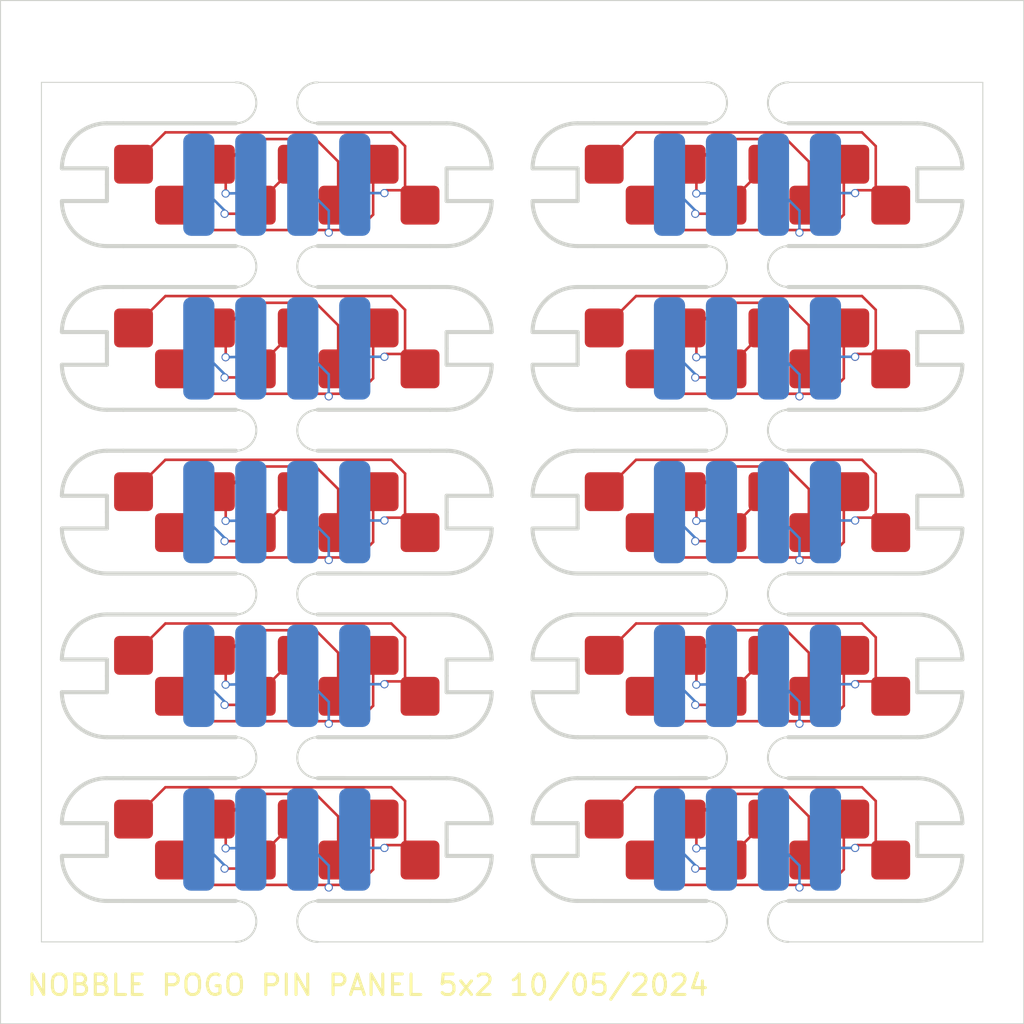
<source format=kicad_pcb>
(kicad_pcb (version 20240108) (generator "pcbnew") (generator_version "8.0")
  (layers (0 "F.Cu" signal) (31 "B.Cu" signal) (34 "B.Paste" user) (35 "F.Paste" user) (36 "B.SilkS" user "B.Silkscreen") (37 "F.SilkS" user "F.Silkscreen") (38 "B.Mask" user) (39 "F.Mask" user) (44 "Edge.Cuts" user))
  (net 0 "")
  (net 1 "/NET3")
  (net 2 "/NET2")
  (net 3 "/NET4")
  (net 4 "/NET1")
  (footprint "Panelization:mouse-bite-2mm-slot" (layer "F.Cu") (at 91.4426 103.5574)
    (property "Reference" "mouse-bite-2mm-slot6" (hide yes))
    (property "Value" "VAL**" (hide yes))
    (fp_arc (start -2 -1) (mid -1 0) (end -2 1) (stroke (width 0.1)) (layer "Edge.Cuts"))
    (fp_arc (start 2 1) (mid 1 0) (end 2 -1) (stroke (width 0.1)) (layer "Edge.Cuts"))
  )
  (footprint "Pytonballoon810:MODULE_I2C_SYM" (layer "F.Cu") (at 114.4426 83.5574)
    (property "Reference" "I2C_LANDING2" (hide yes))
    (property "Value" "~" (hide yes))
  )
  (footprint "Pytonballoon810:MODULE_I2C_SYM" (layer "F.Cu") (at 91.4426 99.5574)
    (property "Reference" "I2C_LANDING5" (hide yes))
    (property "Value" "~" (hide yes))
  )
  (footprint "Panelization:mouse-bite-2mm-slot" (layer "F.Cu") (at 114.4426 119.5574)
    (property "Reference" "mouse-bite-2mm-slot11" (hide yes))
    (property "Value" "VAL**" (hide yes))
    (fp_arc (start -2 -1) (mid -1 0) (end -2 1) (stroke (width 0.1)) (layer "Edge.Cuts"))
    (fp_arc (start 2 1) (mid 1 0) (end 2 -1) (stroke (width 0.1)) (layer "Edge.Cuts"))
  )
  (footprint "Panelization:mouse-bite-2mm-slot" (layer "F.Cu") (at 114.4426 79.5574)
    (property "Reference" "mouse-bite-2mm-slot1" (hide yes))
    (property "Value" "VAL**" (hide yes))
    (fp_arc (start -2 -1) (mid -1 0) (end -2 1) (stroke (width 0.1)) (layer "Edge.Cuts"))
    (fp_arc (start 2 1) (mid 1 0) (end 2 -1) (stroke (width 0.1)) (layer "Edge.Cuts"))
  )
  (footprint "Panelization:mouse-bite-2mm-slot" (layer "F.Cu") (at 91.4426 111.5574)
    (property "Reference" "mouse-bite-2mm-slot8" (hide yes))
    (property "Value" "VAL**" (hide yes))
    (fp_arc (start -2 -1) (mid -1 0) (end -2 1) (stroke (width 0.1)) (layer "Edge.Cuts"))
    (fp_arc (start 2 1) (mid 1 0) (end 2 -1) (stroke (width 0.1)) (layer "Edge.Cuts"))
  )
  (footprint "Panelization:mouse-bite-2mm-slot" (layer "F.Cu") (at 91.4426 95.5574)
    (property "Reference" "mouse-bite-2mm-slot4" (hide yes))
    (property "Value" "VAL**" (hide yes))
    (fp_arc (start -2 -1) (mid -1 0) (end -2 1) (stroke (width 0.1)) (layer "Edge.Cuts"))
    (fp_arc (start 2 1) (mid 1 0) (end 2 -1) (stroke (width 0.1)) (layer "Edge.Cuts"))
  )
  (footprint "Pytonballoon810:MODULE_I2C_SYM" (layer "F.Cu") (at 114.4426 115.5574)
    (property "Reference" "I2C_LANDING10" (hide yes))
    (property "Value" "~" (hide yes))
  )
  (footprint "Panelization:mouse-bite-2mm-slot" (layer "F.Cu") (at 114.4426 95.5574)
    (property "Reference" "mouse-bite-2mm-slot5" (hide yes))
    (property "Value" "VAL**" (hide yes))
    (fp_arc (start -2 -1) (mid -1 0) (end -2 1) (stroke (width 0.1)) (layer "Edge.Cuts"))
    (fp_arc (start 2 1) (mid 1 0) (end 2 -1) (stroke (width 0.1)) (layer "Edge.Cuts"))
  )
  (footprint "Pytonballoon810:MODULE_I2C_SYM" (layer "F.Cu") (at 91.4426 83.5574)
    (property "Reference" "I2C_LANDING1" (hide yes))
    (property "Value" "~" (hide yes))
  )
  (footprint "Panelization:mouse-bite-2mm-slot" (layer "F.Cu") (at 114.4426 87.5574)
    (property "Reference" "mouse-bite-2mm-slot3" (hide yes))
    (property "Value" "VAL**" (hide yes))
    (fp_arc (start -2 -1) (mid -1 0) (end -2 1) (stroke (width 0.1)) (layer "Edge.Cuts"))
    (fp_arc (start 2 1) (mid 1 0) (end 2 -1) (stroke (width 0.1)) (layer "Edge.Cuts"))
  )
  (footprint "Panelization:mouse-bite-2mm-slot" (layer "F.Cu") (at 91.4426 79.5574)
    (property "Reference" "mouse-bite-2mm-slot" (hide yes))
    (property "Value" "VAL**" (hide yes))
    (fp_arc (start -2 -1) (mid -1 0) (end -2 1) (stroke (width 0.1)) (layer "Edge.Cuts"))
    (fp_arc (start 2 1) (mid 1 0) (end 2 -1) (stroke (width 0.1)) (layer "Edge.Cuts"))
  )
  (footprint "Panelization:mouse-bite-2mm-slot" (layer "F.Cu") (at 114.4426 111.5574)
    (property "Reference" "mouse-bite-2mm-slot9" (hide yes))
    (property "Value" "VAL**" (hide yes))
    (fp_arc (start -2 -1) (mid -1 0) (end -2 1) (stroke (width 0.1)) (layer "Edge.Cuts"))
    (fp_arc (start 2 1) (mid 1 0) (end 2 -1) (stroke (width 0.1)) (layer "Edge.Cuts"))
  )
  (footprint "Pytonballoon810:MODULE_I2C_SYM" (layer "F.Cu") (at 91.4426 115.5574)
    (property "Reference" "I2C_LANDING9" (hide yes))
    (property "Value" "~" (hide yes))
  )
  (footprint "Panelization:mouse-bite-2mm-slot" (layer "F.Cu") (at 91.4426 119.5574)
    (property "Reference" "mouse-bite-2mm-slot10" (hide yes))
    (property "Value" "VAL**" (hide yes))
    (fp_arc (start -2 -1) (mid -1 0) (end -2 1) (stroke (width 0.1)) (layer "Edge.Cuts"))
    (fp_arc (start 2 1) (mid 1 0) (end 2 -1) (stroke (width 0.1)) (layer "Edge.Cuts"))
  )
  (footprint "Pytonballoon810:MODULE_I2C_SYM" (layer "F.Cu") (at 91.4426 91.5574)
    (property "Reference" "I2C_LANDING3" (hide yes))
    (property "Value" "~" (hide yes))
  )
  (footprint "Panelization:mouse-bite-2mm-slot" (layer "F.Cu") (at 91.4426 87.5574)
    (property "Reference" "mouse-bite-2mm-slot2" (hide yes))
    (property "Value" "VAL**" (hide yes))
    (fp_arc (start -2 -1) (mid -1 0) (end -2 1) (stroke (width 0.1)) (layer "Edge.Cuts"))
    (fp_arc (start 2 1) (mid 1 0) (end 2 -1) (stroke (width 0.1)) (layer "Edge.Cuts"))
  )
  (footprint "Panelization:mouse-bite-2mm-slot" (layer "F.Cu") (at 114.4426 103.5574)
    (property "Reference" "mouse-bite-2mm-slot7" (hide yes))
    (property "Value" "VAL**" (hide yes))
    (fp_arc (start -2 -1) (mid -1 0) (end -2 1) (stroke (width 0.1)) (layer "Edge.Cuts"))
    (fp_arc (start 2 1) (mid 1 0) (end 2 -1) (stroke (width 0.1)) (layer "Edge.Cuts"))
  )
  (footprint "Pytonballoon810:MODULE_I2C_SYM" (layer "F.Cu") (at 91.4426 107.5574)
    (property "Reference" "I2C_LANDING7" (hide yes))
    (property "Value" "~" (hide yes))
  )
  (footprint "Pytonballoon810:MODULE_I2C_SYM" (layer "F.Cu") (at 114.4426 107.5574)
    (property "Reference" "I2C_LANDING8" (hide yes))
    (property "Value" "~" (hide yes))
  )
  (footprint "Pytonballoon810:MODULE_I2C_SYM" (layer "F.Cu") (at 114.4426 99.5574)
    (property "Reference" "I2C_LANDING6" (hide yes))
    (property "Value" "~" (hide yes))
  )
  (footprint "Pytonballoon810:MODULE_I2C_SYM" (layer "F.Cu") (at 114.4426 91.5574)
    (property "Reference" "I2C_LANDING4" (hide yes))
    (property "Value" "~" (hide yes))
  )
  (gr_line (start 89.4426 88.5574) (end 83.9426 88.557991) (stroke (width 0.2)) (layer "Edge.Cuts"))
  (gr_line (start 125.9426 78.5574) (end 116.4426 78.5574) (stroke (width 0.05)) (layer "Edge.Cuts"))
  (gr_line (start 122.7426 108.356809) (end 122.7426 107.5574) (stroke (width 0.2)) (layer "Edge.Cuts"))
  (gr_line (start 98.9426 102.556809) (end 99.7426 102.556809) (stroke (width 0.2)) (layer "Edge.Cuts"))
  (gr_line (start 121.9426 104.557991) (end 122.7426 104.557991) (stroke (width 0.2)) (layer "Edge.Cuts"))
  (gr_arc (start 99.7426 80.557991) (mid 101.298223 81.20237) (end 101.942616 82.757991) (stroke (width 0.2)) (layer "Edge.Cuts"))
  (gr_line (start 103.942601 106.757991) (end 106.1426 106.757991) (stroke (width 0.2)) (layer "Edge.Cuts"))
  (gr_line (start 93.4426 102.556218) (end 98.9426 102.556809) (stroke (width 0.2)) (layer "Edge.Cuts"))
  (gr_line (start 122.7426 84.356809) (end 122.7426 83.5574) (stroke (width 0.2)) (layer "Edge.Cuts"))
  (gr_line (start 106.9426 86.556809) (end 106.142599 86.556809) (stroke (width 0.2)) (layer "Edge.Cuts"))
  (gr_line (start 121.9426 104.557991) (end 116.4426 104.5574) (stroke (width 0.2)) (layer "Edge.Cuts"))
  (gr_line (start 98.9426 88.557991) (end 99.7426 88.557991) (stroke (width 0.2)) (layer "Edge.Cuts"))
  (gr_line (start 93.4426 120.5574) (end 112.4426 120.5574) (stroke (width 0.05)) (layer "Edge.Cuts"))
  (gr_line (start 99.7426 114.757991) (end 99.7426 115.5574) (stroke (width 0.2)) (layer "Edge.Cuts"))
  (gr_line (start 106.1426 116.356809) (end 106.1426 115.5574) (stroke (width 0.2)) (layer "Edge.Cuts"))
  (gr_arc (start 103.942601 114.757991) (mid 104.586969 113.202363) (end 106.1426 112.557991) (stroke (width 0.2)) (layer "Edge.Cuts"))
  (gr_line (start 83.9426 112.557991) (end 83.1426 112.557991) (stroke (width 0.2)) (layer "Edge.Cuts"))
  (gr_line (start 83.1426 84.356809) (end 83.1426 83.5574) (stroke (width 0.2)) (layer "Edge.Cuts"))
  (gr_line (start 83.1426 114.757991) (end 83.1426 115.5574) (stroke (width 0.2)) (layer "Edge.Cuts"))
  (gr_line (start 122.7426 98.757991) (end 122.7426 99.5574) (stroke (width 0.2)) (layer "Edge.Cuts"))
  (gr_arc (start 106.142599 86.556809) (mid 104.586962 85.912444) (end 103.942601 84.356809) (stroke (width 0.2)) (layer "Edge.Cuts"))
  (gr_line (start 99.7426 92.356809) (end 99.7426 91.5574) (stroke (width 0.2)) (layer "Edge.Cuts"))
  (gr_line (start 106.9426 102.556809) (end 106.142599 102.556809) (stroke (width 0.2)) (layer "Edge.Cuts"))
  (gr_line (start 112.4426 96.5574) (end 106.9426 96.557991) (stroke (width 0.2)) (layer "Edge.Cuts"))
  (gr_arc (start 101.942599 84.356809) (mid 101.298226 85.912435) (end 99.7426 86.556809) (stroke (width 0.2)) (layer "Edge.Cuts"))
  (gr_line (start 124.942599 116.356809) (end 122.7426 116.356809) (stroke (width 0.2)) (layer "Edge.Cuts"))
  (gr_line (start 121.9426 96.557991) (end 122.7426 96.557991) (stroke (width 0.2)) (layer "Edge.Cuts"))
  (gr_line (start 101.942616 114.757991) (end 99.7426 114.757991) (stroke (width 0.2)) (layer "Edge.Cuts"))
  (gr_line (start 106.9426 112.557991) (end 106.1426 112.557991) (stroke (width 0.2)) (layer "Edge.Cuts"))
  (gr_line (start 121.9426 88.557991) (end 116.4426 88.5574) (stroke (width 0.2)) (layer "Edge.Cuts"))
  (gr_line (start 83.1426 92.356809) (end 83.1426 91.5574) (stroke (width 0.2)) (layer "Edge.Cuts"))
  (gr_arc (start 99.7426 88.557991) (mid 101.298209 89.202385) (end 101.942616 90.757991) (stroke (width 0.2)) (layer "Edge.Cuts"))
  (gr_arc (start 122.7426 88.557991) (mid 124.298209 89.202385) (end 124.942616 90.757991) (stroke (width 0.2)) (layer "Edge.Cuts"))
  (gr_line (start 106.9426 80.557991) (end 106.1426 80.557991) (stroke (width 0.2)) (layer "Edge.Cuts"))
  (gr_line (start 89.4426 94.5574) (end 83.9426 94.556809) (stroke (width 0.2)) (layer "Edge.Cuts"))
  (gr_arc (start 83.142599 118.556809) (mid 81.586962 117.912444) (end 80.942601 116.356809) (stroke (width 0.2)) (layer "Edge.Cuts"))
  (gr_line (start 89.4426 78.5574) (end 79.9426 78.5574) (stroke (width 0.05)) (layer "Edge.Cuts"))
  (gr_arc (start 101.942599 108.356809) (mid 101.298231 109.912437) (end 99.7426 110.556809) (stroke (width 0.2)) (layer "Edge.Cuts"))
  (gr_line (start 106.9426 110.556809) (end 106.142599 110.556809) (stroke (width 0.2)) (layer "Edge.Cuts"))
  (gr_line (start 83.1426 108.356809) (end 83.1426 107.5574) (stroke (width 0.2)) (layer "Edge.Cuts"))
  (gr_line (start 89.4426 112.5574) (end 83.9426 112.557991) (stroke (width 0.2)) (layer "Edge.Cuts"))
  (gr_line (start 122.7426 82.757991) (end 122.7426 83.5574) (stroke (width 0.2)) (layer "Edge.Cuts"))
  (gr_line (start 93.4426 94.556218) (end 98.9426 94.556809) (stroke (width 0.2)) (layer "Edge.Cuts"))
  (gr_line (start 83.1426 106.757991) (end 83.1426 107.5574) (stroke (width 0.2)) (layer "Edge.Cuts"))
  (gr_line (start 121.9426 112.557991) (end 122.7426 112.557991) (stroke (width 0.2)) (layer "Edge.Cuts"))
  (gr_line (start 101.942599 92.356809) (end 99.7426 92.356809) (stroke (width 0.2)) (layer "Edge.Cuts"))
  (gr_line (start 122.7426 90.757991) (end 122.7426 91.5574) (stroke (width 0.2)) (layer "Edge.Cuts"))
  (gr_line (start 121.9426 110.556809) (end 122.7426 110.556809) (stroke (width 0.2)) (layer "Edge.Cuts"))
  (gr_line (start 121.9426 96.557991) (end 116.4426 96.5574) (stroke (width 0.2)) (layer "Edge.Cuts"))
  (gr_line (start 121.9426 86.556809) (end 122.7426 86.556809) (stroke (width 0.2)) (layer "Edge.Cuts"))
  (gr_arc (start 103.942601 106.757991) (mid 104.586969 105.202363) (end 106.1426 104.557991) (stroke (width 0.2)) (layer "Edge.Cuts"))
  (gr_line (start 103.942601 92.356809) (end 106.1426 92.356809) (stroke (width 0.2)) (layer "Edge.Cuts"))
  (gr_line (start 121.9426 118.556809) (end 122.7426 118.556809) (stroke (width 0.2)) (layer "Edge.Cuts"))
  (gr_arc (start 103.942601 82.757991) (mid 104.586969 81.202363) (end 106.1426 80.557991) (stroke (width 0.2)) (layer "Edge.Cuts"))
  (gr_line (start 99.7426 90.757991) (end 99.7426 91.5574) (stroke (width 0.2)) (layer "Edge.Cuts"))
  (gr_line (start 106.9426 88.557991) (end 106.1426 88.557991) (stroke (width 0.2)) (layer "Edge.Cuts"))
  (gr_arc (start 101.942599 100.356809) (mid 101.298231 101.912437) (end 99.7426 102.556809) (stroke (width 0.2)) (layer "Edge.Cuts"))
  (gr_line (start 98.9426 96.557991) (end 99.7426 96.557991) (stroke (width 0.2)) (layer "Edge.Cuts"))
  (gr_line (start 89.4426 86.5574) (end 83.9426 86.556809) (stroke (width 0.2)) (layer "Edge.Cuts"))
  (gr_line (start 106.9426 94.556809) (end 106.142599 94.556809) (stroke (width 0.2)) (layer "Edge.Cuts"))
  (gr_arc (start 80.942601 82.757991) (mid 81.586965 81.202356) (end 83.1426 80.557991) (stroke (width 0.2)) (layer "Edge.Cuts"))
  (gr_line (start 83.1426 116.356809) (end 83.1426 115.5574) (stroke (width 0.2)) (layer "Edge.Cuts"))
  (gr_arc (start 80.942601 90.757991) (mid 81.586969 89.202363) (end 83.1426 88.557991) (stroke (width 0.2)) (layer "Edge.Cuts"))
  (gr_line (start 79.9426 120.5574) (end 89.4426 120.5574) (stroke (width 0.05)) (layer "Edge.Cuts"))
  (gr_line (start 98.9426 86.556809) (end 99.7426 86.556809) (stroke (width 0.2)) (layer "Edge.Cuts"))
  (gr_line (start 98.9426 104.557991) (end 93.4426 104.5574) (stroke (width 0.2)) (layer "Edge.Cuts"))
  (gr_line (start 103.942601 90.757991) (end 106.1426 90.757991) (stroke (width 0.2)) (layer "Edge.Cuts"))
  (gr_line (start 80.942601 82.757991) (end 83.1426 82.757991) (stroke (width 0.2)) (layer "Edge.Cuts"))
  (gr_line (start 112.4426 104.5574) (end 106.9426 104.557991) (stroke (width 0.2)) (layer "Edge.Cuts"))
  (gr_arc (start 124.942599 84.356809) (mid 124.298231 85.912437) (end 122.7426 86.556809) (stroke (width 0.2)) (layer "Edge.Cuts"))
  (gr_line (start 83.9426 88.557991) (end 83.1426 88.557991) (stroke (width 0.2)) (layer "Edge.Cuts"))
  (gr_line (start 83.1426 90.757991) (end 83.1426 91.5574) (stroke (width 0.2)) (layer "Edge.Cuts"))
  (gr_line (start 106.1426 90.757991) (end 106.1426 91.5574) (stroke (width 0.2)) (layer "Edge.Cuts"))
  (gr_line (start 99.7426 116.356809) (end 99.7426 115.5574) (stroke (width 0.2)) (layer "Edge.Cuts"))
  (gr_arc (start 80.942601 98.757991) (mid 81.586969 97.202363) (end 83.1426 96.557991) (stroke (width 0.2)) (layer "Edge.Cuts"))
  (gr_arc (start 106.142599 110.556809) (mid 104.586962 109.912444) (end 103.942601 108.356809) (stroke (width 0.2)) (layer "Edge.Cuts"))
  (gr_line (start 103.942601 98.757991) (end 106.1426 98.757991) (stroke (width 0.2)) (layer "Edge.Cuts"))
  (gr_line (start 106.1426 98.757991) (end 106.1426 99.5574) (stroke (width 0.2)) (layer "Edge.Cuts"))
  (gr_line (start 124.942616 98.757991) (end 122.7426 98.757991) (stroke (width 0.2)) (layer "Edge.Cuts"))
  (gr_rect (start 77.9426 74.5574) (end 127.9426 124.5574) (stroke (width 0.05)) (fill none) (layer "Edge.Cuts"))
  (gr_line (start 122.7426 114.757991) (end 122.7426 115.5574) (stroke (width 0.2)) (layer "Edge.Cuts"))
  (gr_arc (start 122.7426 80.557991) (mid 124.298209 81.202385) (end 124.942616 82.757991) (stroke (width 0.2)) (layer "Edge.Cuts"))
  (gr_line (start 99.7426 82.757991) (end 99.7426 83.5574) (stroke (width 0.2)) (layer "Edge.Cuts"))
  (gr_line (start 124.942616 106.757991) (end 122.7426 106.757991) (stroke (width 0.2)) (layer "Edge.Cuts"))
  (gr_line (start 112.4426 112.5574) (end 106.9426 112.557991) (stroke (width 0.2)) (layer "Edge.Cuts"))
  (gr_line (start 103.942601 100.356809) (end 106.1426 100.356809) (stroke (width 0.2)) (layer "Edge.Cuts"))
  (gr_line (start 83.9426 86.556809) (end 83.142599 86.556809) (stroke (width 0.2)) (layer "Edge.Cuts"))
  (gr_arc (start 101.942599 116.356809) (mid 101.298231 117.912437) (end 99.7426 118.556809) (stroke (width 0.2)) (layer "Edge.Cuts"))
  (gr_line (start 103.942601 116.356809) (end 106.1426 116.356809) (stroke (width 0.2)) (layer "Edge.Cuts"))
  (gr_line (start 99.7426 106.757991) (end 99.7426 107.5574) (stroke (width 0.2)) (layer "Edge.Cuts"))
  (gr_line (start 106.1426 92.356809) (end 106.1426 91.5574) (stroke (width 0.2)) (layer "Edge.Cuts"))
  (gr_line (start 121.9426 88.557991) (end 122.7426 88.557991) (stroke (width 0.2)) (layer "Edge.Cuts"))
  (gr_line (start 93.4426 118.556218) (end 98.9426 118.556809) (stroke (width 0.2)) (layer "Edge.Cuts"))
  (gr_arc (start 80.942601 114.757991) (mid 81.586969 113.202363) (end 83.1426 112.557991) (stroke (width 0.2)) (layer "Edge.Cuts"))
  (gr_line (start 106.9426 104.557991) (end 106.1426 104.557991) (stroke (width 0.2)) (layer "Edge.Cuts"))
  (gr_arc (start 99.7426 96.557991) (mid 101.298209 97.202385) (end 101.942616 98.757991) (stroke (width 0.2)) (layer "Edge.Cuts"))
  (gr_line (start 83.9426 104.557991) (end 83.1426 104.557991) (stroke (width 0.2)) (layer "Edge.Cuts"))
  (gr_line (start 80.942601 98.757991) (end 83.1426 98.757991) (stroke (width 0.2)) (layer "Edge.Cuts"))
  (gr_line (start 112.4426 94.5574) (end 106.9426 94.556809) (stroke (width 0.2)) (layer "Edge.Cuts"))
  (gr_line (start 83.1426 98.757991) (end 83.1426 99.5574) (stroke (width 0.2)) (layer "Edge.Cuts"))
  (gr_line (start 93.4426 86.556218) (end 98.9426 86.556809) (stroke (width 0.2)) (layer "Edge.Cuts"))
  (gr_arc (start 83.142599 94.556809) (mid 81.586962 93.912444) (end 80.942601 92.356809) (stroke (width 0.2)) (layer "Edge.Cuts"))
  (gr_arc (start 99.7426 104.557991) (mid 101.298209 105.202385) (end 101.942616 106.757991) (stroke (width 0.2)) (layer "Edge.Cuts"))
  (gr_line (start 80.942601 106.757991) (end 83.1426 106.757991) (stroke (width 0.2)) (layer "Edge.Cuts"))
  (gr_line (start 101.942599 100.356809) (end 99.7426 100.356809) (stroke (width 0.2)) (layer "Edge.Cuts"))
  (gr_line (start 121.9426 94.556809) (end 122.7426 94.556809) (stroke (width 0.2)) (layer "Edge.Cuts"))
  (gr_line (start 80.942601 92.356809) (end 83.1426 92.356809) (stroke (width 0.2)) (layer "Edge.Cuts"))
  (gr_line (start 98.9426 112.557991) (end 99.7426 112.557991) (stroke (width 0.2)) (layer "Edge.Cuts"))
  (gr_line (start 98.9426 80.557991) (end 93.4426 80.5574) (stroke (width 0.2)) (layer "Edge.Cuts"))
  (gr_line (start 122.7426 116.356809) (end 122.7426 115.5574) (stroke (width 0.2)) (layer "Edge.Cuts"))
  (gr_line (start 121.9426 112.557991) (end 116.4426 112.5574) (stroke (width 0.2)) (layer "Edge.Cuts"))
  (gr_line (start 112.4426 80.5574) (end 106.9426 80.557991) (stroke (width 0.2)) (layer "Edge.Cuts"))
  (gr_line (start 83.9426 118.556809) (end 83.142599 118.556809) (stroke (width 0.2)) (layer "Edge.Cuts"))
  (gr_line (start 106.1426 114.757991) (end 106.1426 115.5574) (stroke (width 0.2)) (layer "Edge.Cuts"))
  (gr_line (start 106.9426 118.556809) (end 106.142599 118.556809) (stroke (width 0.2)) (layer "Edge.Cuts"))
  (gr_line (start 124.942599 92.356809) (end 122.7426 92.356809) (stroke (width 0.2)) (layer "Edge.Cuts"))
  (gr_arc (start 83.142599 102.556809) (mid 81.586962 101.912444) (end 80.942601 100.356809) (stroke (width 0.2)) (layer "Edge.Cuts"))
  (gr_line (start 121.9426 102.556809) (end 122.7426 102.556809) (stroke (width 0.2)) (layer "Edge.Cuts"))
  (gr_arc (start 124.942599 100.356809) (mid 124.298231 101.912437) (end 122.7426 102.556809) (stroke (width 0.2)) (layer "Edge.Cuts"))
  (gr_line (start 101.942599 108.356809) (end 99.7426 108.356809) (stroke (width 0.2)) (layer "Edge.Cuts"))
  (gr_line (start 103.942601 84.356809) (end 106.1426 84.356809) (stroke (width 0.2)) (layer "Edge.Cuts"))
  (gr_line (start 124.942599 84.356809) (end 122.7426 84.356809) (stroke (width 0.2)) (layer "Edge.Cuts"))
  (gr_line (start 116.4426 94.556218) (end 121.9426 94.556809) (stroke (width 0.2)) (layer "Edge.Cuts"))
  (gr_line (start 98.9426 104.557991) (end 99.7426 104.557991) (stroke (width 0.2)) (layer "Edge.Cuts"))
  (gr_line (start 80.942601 100.356809) (end 83.1426 100.356809) (stroke (width 0.2)) (layer "Edge.Cuts"))
  (gr_line (start 93.4426 110.556218) (end 98.9426 110.556809) (stroke (width 0.2)) (layer "Edge.Cuts"))
  (gr_line (start 103.942601 82.757991) (end 106.1426 82.757991) (stroke (width 0.2)) (layer "Edge.Cuts"))
  (gr_line (start 80.942601 84.356809) (end 83.1426 84.356809) (stroke (width 0.2)) (layer "Edge.Cuts"))
  (gr_line (start 101.942616 90.757991) (end 99.7426 90.757991) (stroke (width 0.2)) (layer "Edge.Cuts"))
  (gr_line (start 124.942616 90.757991) (end 122.7426 90.757991) (stroke (width 0.2)) (layer "Edge.Cuts"))
  (gr_line (start 98.9426 94.556809) (end 99.7426 94.556809) (stroke (width 0.2)) (layer "Edge.Cuts"))
  (gr_line (start 106.1426 84.356809) (end 106.1426 83.5574) (stroke (width 0.2)) (layer "Edge.Cuts"))
  (gr_arc (start 124.942599 92.356809) (mid 124.298231 93.912437) (end 122.7426 94.556809) (stroke (width 0.2)) (layer "Edge.Cuts"))
  (gr_line (start 101.942616 106.757991) (end 99.7426 106.757991) (stroke (width 0.2)) (layer "Edge.Cuts"))
  (gr_line (start 93.4426 78.5574) (end 112.4426 78.5574) (stroke (width 0.05)) (layer "Edge.Cuts"))
  (gr_arc (start 124.942599 116.356809) (mid 124.298231 117.912437) (end 122.7426 118.556809) (stroke (width 0.2)) (layer "Edge.Cuts"))
  (gr_arc (start 83.142599 86.556809) (mid 81.586962 85.912446) (end 80.942601 84.356809) (stroke (width 0.2)) (layer "Edge.Cuts"))
  (gr_line (start 121.9426 80.557991) (end 122.7426 80.557991) (stroke (width 0.2)) (layer "Edge.Cuts"))
  (gr_arc (start 103.942601 90.757991) (mid 104.586969 89.202363) (end 106.1426 88.557991) (stroke (width 0.2)) (layer "Edge.Cuts"))
  (gr_line (start 122.7426 100.356809) (end 122.7426 99.5574) (stroke (width 0.2)) (layer "Edge.Cuts"))
  (gr_line (start 89.4426 102.5574) (end 83.9426 102.556809) (stroke (width 0.2)) (layer "Edge.Cuts"))
  (gr_arc (start 106.142599 102.556809) (mid 104.586962 101.912444) (end 103.942601 100.356809) (stroke (width 0.2)) (layer "Edge.Cuts"))
  (gr_line (start 99.7426 84.356809) (end 99.7426 83.5574) (stroke (width 0.2)) (layer "Edge.Cuts"))
  (gr_line (start 101.942616 98.757991) (end 99.7426 98.757991) (stroke (width 0.2)) (layer "Edge.Cuts"))
  (gr_line (start 116.4426 118.556218) (end 121.9426 118.556809) (stroke (width 0.2)) (layer "Edge.Cuts"))
  (gr_line (start 121.9426 80.557991) (end 116.4426 80.5574) (stroke (width 0.2)) (layer "Edge.Cuts"))
  (gr_line (start 124.942599 100.356809) (end 122.7426 100.356809) (stroke (width 0.2)) (layer "Edge.Cuts"))
  (gr_line (start 101.942599 116.356809) (end 99.7426 116.356809) (stroke (width 0.2)) (layer "Edge.Cuts"))
  (gr_line (start 80.942601 116.356809) (end 83.1426 116.356809) (stroke (width 0.2)) (layer "Edge.Cuts"))
  (gr_line (start 106.9426 96.557991) (end 106.1426 96.557991) (stroke (width 0.2)) (layer "Edge.Cuts"))
  (gr_line (start 83.1426 82.757991) (end 83.1426 83.5574) (stroke (width 0.2)) (layer "Edge.Cuts"))
  (gr_line (start 80.942601 90.757991) (end 83.1426 90.757991) (stroke (width 0.2)) (layer "Edge.Cuts"))
  (gr_line (start 98.9426 80.557991) (end 99.7426 80.557991) (stroke (width 0.2)) (layer "Edge.Cuts"))
  (gr_arc (start 106.142599 118.556809) (mid 104.586962 117.912444) (end 103.942601 116.356809) (stroke (width 0.2)) (layer "Edge.Cuts"))
  (gr_line (start 112.4426 86.5574) (end 106.9426 86.556809) (stroke (width 0.2)) (layer "Edge.Cuts"))
  (gr_line (start 112.4426 110.5574) (end 106.9426 110.556809) (stroke (width 0.2)) (layer "Edge.Cuts"))
  (gr_line (start 99.7426 98.757991) (end 99.7426 99.5574) (stroke (width 0.2)) (layer "Edge.Cuts"))
  (gr_line (start 116.4426 102.556218) (end 121.9426 102.556809) (stroke (width 0.2)) (layer "Edge.Cuts"))
  (gr_line (start 80.942601 114.757991) (end 83.1426 114.757991) (stroke (width 0.2)) (layer "Edge.Cuts"))
  (gr_line (start 101.942599 84.356809) (end 99.7426 84.356809) (stroke (width 0.2)) (layer "Edge.Cuts"))
  (gr_line (start 103.942601 114.757991) (end 106.1426 114.757991) (stroke (width 0.2)) (layer "Edge.Cuts"))
  (gr_arc (start 124.942599 108.356809) (mid 124.298231 109.912437) (end 122.7426 110.556809) (stroke (width 0.2)) (layer "Edge.Cuts"))
  (gr_line (start 98.9426 118.556809) (end 99.7426 118.556809) (stroke (width 0.2)) (layer "Edge.Cuts"))
  (gr_line (start 125.9426 120.5574) (end 125.9426 78.5574) (stroke (width 0.05)) (layer "Edge.Cuts"))
  (gr_line (start 83.9426 110.556809) (end 83.142599 110.556809) (stroke (width 0.2)) (layer "Edge.Cuts"))
  (gr_line (start 106.1426 82.757991) (end 106.1426 83.5574) (stroke (width 0.2)) (layer "Edge.Cuts"))
  (gr_line (start 99.7426 108.356809) (end 99.7426 107.5574) (stroke (width 0.2)) (layer "Edge.Cuts"))
  (gr_line (start 116.4426 86.556218) (end 121.9426 86.556809) (stroke (width 0.2)) (layer "Edge.Cuts"))
  (gr_line (start 112.4426 102.5574) (end 106.9426 102.556809) (stroke (width 0.2)) (layer "Edge.Cuts"))
  (gr_line (start 112.4426 88.5574) (end 106.9426 88.557991) (stroke (width 0.2)) (layer "Edge.Cuts"))
  (gr_line (start 106.1426 108.356809) (end 106.1426 107.5574) (stroke (width 0.2)) (layer "Edge.Cuts"))
  (gr_line (start 122.7426 106.757991) (end 122.7426 107.5574) (stroke (width 0.2)) (layer "Edge.Cuts"))
  (gr_line (start 99.7426 100.356809) (end 99.7426 99.5574) (stroke (width 0.2)) (layer "Edge.Cuts"))
  (gr_line (start 106.1426 100.356809) (end 106.1426 99.5574) (stroke (width 0.2)) (layer "Edge.Cuts"))
  (gr_arc (start 101.942599 92.356809) (mid 101.298231 93.912437) (end 99.7426 94.556809) (stroke (width 0.2)) (layer "Edge.Cuts"))
  (gr_arc (start 103.942601 98.757991) (mid 104.586969 97.202363) (end 106.1426 96.557991) (stroke (width 0.2)) (layer "Edge.Cuts"))
  (gr_arc (start 122.7426 104.557991) (mid 124.298209 105.202385) (end 124.942616 106.757991) (stroke (width 0.2)) (layer "Edge.Cuts"))
  (gr_line (start 79.9426 78.5574) (end 79.9426 120.5574) (stroke (width 0.05)) (layer "Edge.Cuts"))
  (gr_arc (start 99.7426 112.557991) (mid 101.298209 113.202385) (end 101.942616 114.757991) (stroke (width 0.2)) (layer "Edge.Cuts"))
  (gr_line (start 98.9426 112.557991) (end 93.4426 112.5574) (stroke (width 0.2)) (layer "Edge.Cuts"))
  (gr_line (start 116.4426 110.556218) (end 121.9426 110.556809) (stroke (width 0.2)) (layer "Edge.Cuts"))
  (gr_line (start 89.4426 110.5574) (end 83.9426 110.556809) (stroke (width 0.2)) (layer "Edge.Cuts"))
  (gr_line (start 106.1426 106.757991) (end 106.1426 107.5574) (stroke (width 0.2)) (layer "Edge.Cuts"))
  (gr_line (start 83.9426 96.557991) (end 83.1426 96.557991) (stroke (width 0.2)) (layer "Edge.Cuts"))
  (gr_line (start 98.9426 110.556809) (end 99.7426 110.556809) (stroke (width 0.2)) (layer "Edge.Cuts"))
  (gr_line (start 101.942616 82.757991) (end 99.7426 82.757991) (stroke (width 0.2)) (layer "Edge.Cuts"))
  (gr_line (start 83.9426 80.557991) (end 83.1426 80.557991) (stroke (width 0.2)) (layer "Edge.Cuts"))
  (gr_arc (start 83.142599 110.556809) (mid 81.586962 109.912444) (end 80.942601 108.356809) (stroke (width 0.2)) (layer "Edge.Cuts"))
  (gr_arc (start 80.942601 106.757991) (mid 81.586969 105.202363) (end 83.1426 104.557991) (stroke (width 0.2)) (layer "Edge.Cuts"))
  (gr_line (start 80.942601 108.356809) (end 83.1426 108.356809) (stroke (width 0.2)) (layer "Edge.Cuts"))
  (gr_line (start 89.4426 104.5574) (end 83.9426 104.557991) (stroke (width 0.2)) (layer "Edge.Cuts"))
  (gr_line (start 124.942616 82.757991) (end 122.7426 82.757991) (stroke (width 0.2)) (layer "Edge.Cuts"))
  (gr_line (start 83.9426 94.556809) (end 83.142599 94.556809) (stroke (width 0.2)) (layer "Edge.Cuts"))
  (gr_line (start 124.942599 108.356809) (end 122.7426 108.356809) (stroke (width 0.2)) (layer "Edge.Cuts"))
  (gr_line (start 112.4426 118.5574) (end 106.9426 118.556809) (stroke (width 0.2)) (layer "Edge.Cuts"))
  (gr_line (start 89.4426 118.5574) (end 83.9426 118.556809) (stroke (width 0.2)) (layer "Edge.Cuts"))
  (gr_line (start 116.4426 120.5574) (end 125.9426 120.5574) (stroke (width 0.05)) (layer "Edge.Cuts"))
  (gr_line (start 124.942616 114.757991) (end 122.7426 114.757991) (stroke (width 0.2)) (layer "Edge.Cuts"))
  (gr_line (start 89.4426 96.5574) (end 83.9426 96.557991) (stroke (width 0.2)) (layer "Edge.Cuts"))
  (gr_line (start 122.7426 92.356809) (end 122.7426 91.5574) (stroke (width 0.2)) (layer "Edge.Cuts"))
  (gr_line (start 83.9426 102.556809) (end 83.142599 102.556809) (stroke (width 0.2)) (layer "Edge.Cuts"))
  (gr_line (start 98.9426 88.557991) (end 93.4426 88.5574) (stroke (width 0.2)) (layer "Edge.Cuts"))
  (gr_arc (start 122.7426 96.557991) (mid 124.298209 97.202385) (end 124.942616 98.757991) (stroke (width 0.2)) (layer "Edge.Cuts"))
  (gr_line (start 83.1426 100.356809) (end 83.1426 99.5574) (stroke (width 0.2)) (layer "Edge.Cuts"))
  (gr_line (start 89.4426 80.5574) (end 83.9426 80.557991) (stroke (width 0.2)) (layer "Edge.Cuts"))
  (gr_arc (start 106.142599 94.556809) (mid 104.586962 93.912444) (end 103.942601 92.356809) (stroke (width 0.2)) (layer "Edge.Cuts"))
  (gr_arc (start 122.7426 112.557991) (mid 124.298209 113.202385) (end 124.942616 114.757991) (stroke (width 0.2)) (layer "Edge.Cuts"))
  (gr_line (start 103.942601 108.356809) (end 106.1426 108.356809) (stroke (width 0.2)) (layer "Edge.Cuts"))
  (gr_line (start 98.9426 96.557991) (end 93.4426 96.5574) (stroke (width 0.2)) (layer "Edge.Cuts"))
  (gr_text "NOBBLE POGO PIN PANEL 5x2 10/05/2024\n" (at 79.1426 123.2574 0) (layer "F.SilkS") (effects (font (size 1 1)) (justify left bottom)))
  (segment (start 87.6589 117.7737) (end 93.9827 117.7737) (width 0.127) (layer "F.Cu") (net 1))
  (segment (start 110.6589 109.7737) (end 116.9827 109.7737) (width 0.127) (layer "F.Cu") (net 1))
  (segment (start 109.4426 92.5574) (end 110.6589 93.7737) (width 0.127) (layer "F.Cu") (net 1))
  (segment (start 118.3968 93.7737) (end 119.1506 93.0199) (width 0.127) (layer "F.Cu") (net 1))
  (segment (start 118.3968 101.7737) (end 119.1506 101.0199) (width 0.127) (layer "F.Cu") (net 1))
  (segment (start 110.6589 101.7737) (end 116.9827 101.7737) (width 0.127) (layer "F.Cu") (net 1))
  (segment (start 116.9827 85.9641) (end 116.9827 85.7737) (width 0.127) (layer "F.Cu") (net 1))
  (segment (start 95.3968 101.7737) (end 96.1506 101.0199) (width 0.127) (layer "F.Cu") (net 1))
  (segment (start 109.4426 84.5574) (end 110.6589 85.7737) (width 0.127) (layer "F.Cu") (net 1))
  (segment (start 118.3968 109.7737) (end 119.1506 109.0199) (width 0.127) (layer "F.Cu") (net 1))
  (segment (start 87.6589 93.7737) (end 93.9827 93.7737) (width 0.127) (layer "F.Cu") (net 1))
  (segment (start 116.9827 117.9641) (end 116.9827 117.7737) (width 0.127) (layer "F.Cu") (net 1))
  (segment (start 86.4426 84.5574) (end 87.6589 85.7737) (width 0.127) (layer "F.Cu") (net 1))
  (segment (start 119.1506 109.0199) (end 119.1506 106.8494) (width 0.127) (layer "F.Cu") (net 1))
  (segment (start 93.9827 93.9641) (end 93.9827 93.7737) (width 0.127) (layer "F.Cu") (net 1))
  (segment (start 96.1506 109.0199) (end 96.1506 106.8494) (width 0.127) (layer "F.Cu") (net 1))
  (segment (start 86.4426 92.5574) (end 87.6589 93.7737) (width 0.127) (layer "F.Cu") (net 1))
  (segment (start 96.1506 85.0199) (end 96.1506 82.8494) (width 0.127) (layer "F.Cu") (net 1))
  (segment (start 95.3968 109.7737) (end 96.1506 109.0199) (width 0.127) (layer "F.Cu") (net 1))
  (segment (start 109.4426 116.5574) (end 110.6589 117.7737) (width 0.127) (layer "F.Cu") (net 1))
  (segment (start 86.4426 100.5574) (end 87.6589 101.7737) (width 0.127) (layer "F.Cu") (net 1))
  (segment (start 93.9827 117.9641) (end 93.9827 117.7737) (width 0.127) (layer "F.Cu") (net 1))
  (segment (start 96.1506 98.8494) (end 96.4426 98.5574) (width 0.127) (layer "F.Cu") (net 1))
  (segment (start 95.3968 117.7737) (end 96.1506 117.0199) (width 0.127) (layer "F.Cu") (net 1))
  (segment (start 118.3968 117.7737) (end 119.1506 117.0199) (width 0.127) (layer "F.Cu") (net 1))
  (segment (start 93.9827 101.7737) (end 95.3968 101.7737) (width 0.127) (layer "F.Cu") (net 1))
  (segment (start 87.6589 85.7737) (end 93.9827 85.7737) (width 0.127) (layer "F.Cu") (net 1))
  (segment (start 93.9827 93.7737) (end 95.3968 93.7737) (width 0.127) (layer "F.Cu") (net 1))
  (segment (start 116.9827 93.7737) (end 118.3968 93.7737) (width 0.127) (layer "F.Cu") (net 1))
  (segment (start 93.9827 85.9641) (end 93.9827 85.7737) (width 0.127) (layer "F.Cu") (net 1))
  (segment (start 116.9827 109.9641) (end 116.9827 109.7737) (width 0.127) (layer "F.Cu") (net 1))
  (segment (start 86.4426 116.5574) (end 87.6589 117.7737) (width 0.127) (layer "F.Cu") (net 1))
  (segment (start 116.9827 101.9641) (end 116.9827 101.7737) (width 0.127) (layer "F.Cu") (net 1))
  (segment (start 93.9827 101.9641) (end 93.9827 101.7737) (width 0.127) (layer "F.Cu") (net 1))
  (segment (start 96.1506 101.0199) (end 96.1506 98.8494) (width 0.127) (layer "F.Cu") (net 1))
  (segment (start 93.9827 109.9641) (end 93.9827 109.7737) (width 0.127) (layer "F.Cu") (net 1))
  (segment (start 119.1506 101.0199) (end 119.1506 98.8494) (width 0.127) (layer "F.Cu") (net 1))
  (segment (start 96.1506 106.8494) (end 96.4426 106.5574) (width 0.127) (layer "F.Cu") (net 1))
  (segment (start 119.1506 106.8494) (end 119.4426 106.5574) (width 0.127) (layer "F.Cu") (net 1))
  (segment (start 116.9827 117.7737) (end 118.3968 117.7737) (width 0.127) (layer "F.Cu") (net 1))
  (segment (start 119.1506 90.8494) (end 119.4426 90.5574) (width 0.127) (layer "F.Cu") (net 1))
  (segment (start 116.9827 93.9641) (end 116.9827 93.7737) (width 0.127) (layer "F.Cu") (net 1))
  (segment (start 119.1506 98.8494) (end 119.4426 98.5574) (width 0.127) (layer "F.Cu") (net 1))
  (segment (start 95.3968 85.7737) (end 96.1506 85.0199) (width 0.127) (layer "F.Cu") (net 1))
  (segment (start 119.1506 117.0199) (end 119.1506 114.8494) (width 0.127) (layer "F.Cu") (net 1))
  (segment (start 96.1506 117.0199) (end 96.1506 114.8494) (width 0.127) (layer "F.Cu") (net 1))
  (segment (start 118.3968 85.7737) (end 119.1506 85.0199) (width 0.127) (layer "F.Cu") (net 1))
  (segment (start 109.4426 100.5574) (end 110.6589 101.7737) (width 0.127) (layer "F.Cu") (net 1))
  (segment (start 119.1506 85.0199) (end 119.1506 82.8494) (width 0.127) (layer "F.Cu") (net 1))
  (segment (start 116.9827 109.7737) (end 118.3968 109.7737) (width 0.127) (layer "F.Cu") (net 1))
  (segment (start 119.1506 114.8494) (end 119.4426 114.5574) (width 0.127) (layer "F.Cu") (net 1))
  (segment (start 109.4426 108.5574) (end 110.6589 109.7737) (width 0.127) (layer "F.Cu") (net 1))
  (segment (start 96.1506 93.0199) (end 96.1506 90.8494) (width 0.127) (layer "F.Cu") (net 1))
  (segment (start 93.9827 85.7737) (end 95.3968 85.7737) (width 0.127) (layer "F.Cu") (net 1))
  (segment (start 86.4426 108.5574) (end 87.6589 109.7737) (width 0.127) (layer "F.Cu") (net 1))
  (segment (start 116.9827 101.7737) (end 118.3968 101.7737) (width 0.127) (layer "F.Cu") (net 1))
  (segment (start 96.1506 90.8494) (end 96.4426 90.5574) (width 0.127) (layer "F.Cu") (net 1))
  (segment (start 93.9827 117.7737) (end 95.3968 117.7737) (width 0.127) (layer "F.Cu") (net 1))
  (segment (start 87.6589 109.7737) (end 93.9827 109.7737) (width 0.127) (layer "F.Cu") (net 1))
  (segment (start 110.6589 85.7737) (end 116.9827 85.7737) (width 0.127) (layer "F.Cu") (net 1))
  (segment (start 93.9827 109.7737) (end 95.3968 109.7737) (width 0.127) (layer "F.Cu") (net 1))
  (segment (start 116.9827 85.7737) (end 118.3968 85.7737) (width 0.127) (layer "F.Cu") (net 1))
  (segment (start 119.1506 93.0199) (end 119.1506 90.8494) (width 0.127) (layer "F.Cu") (net 1))
  (segment (start 96.1506 114.8494) (end 96.4426 114.5574) (width 0.127) (layer "F.Cu") (net 1))
  (segment (start 110.6589 93.7737) (end 116.9827 93.7737) (width 0.127) (layer "F.Cu") (net 1))
  (segment (start 96.1506 82.8494) (end 96.4426 82.5574) (width 0.127) (layer "F.Cu") (net 1))
  (segment (start 119.1506 82.8494) (end 119.4426 82.5574) (width 0.127) (layer "F.Cu") (net 1))
  (segment (start 87.6589 101.7737) (end 93.9827 101.7737) (width 0.127) (layer "F.Cu") (net 1))
  (segment (start 110.6589 117.7737) (end 116.9827 117.7737) (width 0.127) (layer "F.Cu") (net 1))
  (segment (start 95.3968 93.7737) (end 96.1506 93.0199) (width 0.127) (layer "F.Cu") (net 1))
  (via (at 116.9826 109.8974) (size 0.4) (drill 0.3) (layers "F.Cu" "B.Cu") (net 1))
  (via (at 93.9826 117.8974) (size 0.4) (drill 0.3) (layers "F.Cu" "B.Cu") (net 1))
  (via (at 116.9826 117.8974) (size 0.4) (drill 0.3) (layers "F.Cu" "B.Cu") (net 1))
  (via (at 93.9826 101.8974) (size 0.4) (drill 0.3) (layers "F.Cu" "B.Cu") (net 1))
  (via (at 116.9826 93.8974) (size 0.4) (drill 0.3) (layers "F.Cu" "B.Cu") (net 1))
  (via (at 116.9826 85.8974) (size 0.4) (drill 0.3) (layers "F.Cu" "B.Cu") (net 1))
  (via (at 93.9826 109.8974) (size 0.4) (drill 0.3) (layers "F.Cu" "B.Cu") (net 1))
  (via (at 116.9826 101.8974) (size 0.4) (drill 0.3) (layers "F.Cu" "B.Cu") (net 1))
  (via (at 93.9826 93.8974) (size 0.4) (drill 0.3) (layers "F.Cu" "B.Cu") (net 1))
  (via (at 93.9826 85.8974) (size 0.4) (drill 0.3) (layers "F.Cu" "B.Cu") (net 1))
  (segment (start 116.9827 101.8973) (end 116.9826 101.8974) (width 0.127) (layer "B.Cu") (net 1))
  (segment (start 93.9827 117.8975) (end 93.9827 117.9641) (width 0.127) (layer "B.Cu") (net 1))
  (segment (start 116.9827 100.8275) (end 116.9827 101.8973) (width 0.127) (layer "B.Cu") (net 1))
  (segment (start 93.9827 85.8973) (end 93.9826 85.8974) (width 0.127) (layer "B.Cu") (net 1))
  (segment (start 93.9827 101.8975) (end 93.9827 101.9641) (width 0.127) (layer "B.Cu") (net 1))
  (segment (start 116.9826 109.8974) (end 116.9827 109.8975) (width 0.127) (layer "B.Cu") (net 1))
  (segment (start 93.9827 92.8275) (end 93.9827 93.8973) (width 0.127) (layer "B.Cu") (net 1))
  (segment (start 115.7126 83.5574) (end 116.9827 84.8275) (width 0.127) (layer "B.Cu") (net 1))
  (segment (start 93.9827 93.8973) (end 93.9826 93.8974) (width 0.127) (layer "B.Cu") (net 1))
  (segment (start 93.9827 84.8275) (end 93.9827 85.8973) (width 0.127) (layer "B.Cu") (net 1))
  (segment (start 93.9826 109.8974) (end 93.9827 109.8975) (width 0.127) (layer "B.Cu") (net 1))
  (segment (start 116.9827 109.8973) (end 116.9826 109.8974) (width 0.127) (layer "B.Cu") (net 1))
  (segment (start 116.9827 93.8973) (end 116.9826 93.8974) (width 0.127) (layer "B.Cu") (net 1))
  (segment (start 115.7126 99.5574) (end 116.9827 100.8275) (width 0.127) (layer "B.Cu") (net 1))
  (segment (start 116.9827 93.8975) (end 116.9827 93.9641) (width 0.127) (layer "B.Cu") (net 1))
  (segment (start 116.9826 85.8974) (end 116.9827 85.8975) (width 0.127) (layer "B.Cu") (net 1))
  (segment (start 116.9827 117.8973) (end 116.9826 117.8974) (width 0.127) (layer "B.Cu") (net 1))
  (segment (start 93.9826 101.8974) (end 93.9827 101.8975) (width 0.127) (layer "B.Cu") (net 1))
  (segment (start 115.7126 107.5574) (end 116.9827 108.8275) (width 0.127) (layer "B.Cu") (net 1))
  (segment (start 116.9827 117.8975) (end 116.9827 117.9641) (width 0.127) (layer "B.Cu") (net 1))
  (segment (start 92.7126 83.5574) (end 93.9827 84.8275) (width 0.127) (layer "B.Cu") (net 1))
  (segment (start 116.9826 101.8974) (end 116.9827 101.8975) (width 0.127) (layer "B.Cu") (net 1))
  (segment (start 116.9826 117.8974) (end 116.9827 117.8975) (width 0.127) (layer "B.Cu") (net 1))
  (segment (start 92.7126 91.5574) (end 93.9827 92.8275) (width 0.127) (layer "B.Cu") (net 1))
  (segment (start 93.9826 85.8974) (end 93.9827 85.8975) (width 0.127) (layer "B.Cu") (net 1))
  (segment (start 115.7126 115.5574) (end 116.9827 116.8275) (width 0.127) (layer "B.Cu") (net 1))
  (segment (start 93.9827 100.8275) (end 93.9827 101.8973) (width 0.127) (layer "B.Cu") (net 1))
  (segment (start 93.9827 116.8275) (end 93.9827 117.8973) (width 0.127) (layer "B.Cu") (net 1))
  (segment (start 93.9827 108.8275) (end 93.9827 109.8973) (width 0.127) (layer "B.Cu") (net 1))
  (segment (start 92.7126 107.5574) (end 93.9827 108.8275) (width 0.127) (layer "B.Cu") (net 1))
  (segment (start 116.9827 85.8975) (end 116.9827 85.9641) (width 0.127) (layer "B.Cu") (net 1))
  (segment (start 92.7126 115.5574) (end 93.9827 116.8275) (width 0.127) (layer "B.Cu") (net 1))
  (segment (start 116.9827 84.8275) (end 116.9827 85.8973) (width 0.127) (layer "B.Cu") (net 1))
  (segment (start 93.9827 93.8975) (end 93.9827 93.9641) (width 0.127) (layer "B.Cu") (net 1))
  (segment (start 93.9827 101.8973) (end 93.9826 101.8974) (width 0.127) (layer "B.Cu") (net 1))
  (segment (start 115.7126 91.5574) (end 116.9827 92.8275) (width 0.127) (layer "B.Cu") (net 1))
  (segment (start 116.9827 92.8275) (end 116.9827 93.8973) (width 0.127) (layer "B.Cu") (net 1))
  (segment (start 93.9826 117.8974) (end 93.9827 117.8975) (width 0.127) (layer "B.Cu") (net 1))
  (segment (start 92.7126 99.5574) (end 93.9827 100.8275) (width 0.127) (layer "B.Cu") (net 1))
  (segment (start 93.9827 85.8975) (end 93.9827 85.9641) (width 0.127) (layer "B.Cu") (net 1))
  (segment (start 116.9827 108.8275) (end 116.9827 109.8973) (width 0.127) (layer "B.Cu") (net 1))
  (segment (start 116.9827 101.8975) (end 116.9827 101.9641) (width 0.127) (layer "B.Cu") (net 1))
  (segment (start 116.9827 109.8975) (end 116.9827 109.9641) (width 0.127) (layer "B.Cu") (net 1))
  (segment (start 93.9827 117.8973) (end 93.9826 117.8974) (width 0.127) (layer "B.Cu") (net 1))
  (segment (start 116.9826 93.8974) (end 116.9827 93.8975) (width 0.127) (layer "B.Cu") (net 1))
  (segment (start 93.9827 109.8973) (end 93.9826 109.8974) (width 0.127) (layer "B.Cu") (net 1))
  (segment (start 93.9826 93.8974) (end 93.9827 93.8975) (width 0.127) (layer "B.Cu") (net 1))
  (segment (start 93.9827 109.8975) (end 93.9827 109.9641) (width 0.127) (layer "B.Cu") (net 1))
  (segment (start 116.9827 85.8973) (end 116.9826 85.8974) (width 0.127) (layer "B.Cu") (net 1))
  (segment (start 116.9827 116.8275) (end 116.9827 117.8973) (width 0.127) (layer "B.Cu") (net 1))
  (segment (start 111.4426 82.5574) (end 111.9476 82.5574) (width 0.127) (layer "F.Cu") (net 2))
  (segment (start 88.4426 90.5574) (end 88.9476 90.5574) (width 0.127) (layer "F.Cu") (net 2))
  (segment (start 117.4426 116.5574) (end 117.4426 114.4275) (width 0.127) (layer "F.Cu") (net 2))
  (segment (start 93.3438 105.3287) (end 90.1763 105.3287) (width 0.127) (layer "F.Cu") (net 2))
  (segment (start 113.1763 97.3287) (end 111.9476 98.5574) (width 0.127) (layer "F.Cu") (net 2))
  (segment (start 94.4426 108.5574) (end 94.4426 106.4275) (width 0.127) (layer "F.Cu") (net 2))
  (segment (start 94.4426 84.5574) (end 94.4426 82.4275) (width 0.127) (layer "F.Cu") (net 2))
  (segment (start 116.3438 97.3287) (end 113.1763 97.3287) (width 0.127) (layer "F.Cu") (net 2))
  (segment (start 94.4426 114.4275) (end 93.3438 113.3287) (width 0.127) (layer "F.Cu") (net 2))
  (segment (start 94.4426 90.4275) (end 93.3438 89.3287) (width 0.127) (layer "F.Cu") (net 2))
  (segment (start 93.3438 113.3287) (end 90.1763 113.3287) (width 0.127) (layer "F.Cu") (net 2))
  (segment (start 88.9476 98.5574) (end 88.9476 99.9698) (width 0.127) (layer "F.Cu") (net 2))
  (segment (start 113.1763 105.3287) (end 111.9476 106.5574) (width 0.127) (layer "F.Cu") (net 2))
  (segment (start 88.4426 114.5574) (end 88.9476 114.5574) (width 0.127) (layer "F.Cu") (net 2))
  (segment (start 117.4426 106.4275) (end 116.3438 105.3287) (width 0.127) (layer "F.Cu") (net 2))
  (segment (start 88.4426 106.5574) (end 88.9476 106.5574) (width 0.127) (layer "F.Cu") (net 2))
  (segment (start 111.4426 98.5574) (end 111.9476 98.5574) (width 0.127) (layer "F.Cu") (net 2))
  (segment (start 88.9476 90.5574) (end 88.9476 91.9698) (width 0.127) (layer "F.Cu") (net 2))
  (segment (start 111.4426 114.5574) (end 111.9476 114.5574) (width 0.127) (layer "F.Cu") (net 2))
  (segment (start 111.9476 106.5574) (end 111.9476 107.9698) (width 0.127) (layer "F.Cu") (net 2))
  (segment (start 116.3438 113.3287) (end 113.1763 113.3287) (width 0.127) (layer "F.Cu") (net 2))
  (segment (start 113.1763 81.3287) (end 111.9476 82.5574) (width 0.127) (layer "F.Cu") (net 2))
  (segment (start 93.3438 81.3287) (end 90.1763 81.3287) (width 0.127) (layer "F.Cu") (net 2))
  (segment (start 117.4426 90.4275) (end 116.3438 89.3287) (width 0.127) (layer "F.Cu") (net 2))
  (segment (start 90.1763 113.3287) (end 88.9476 114.5574) (width 0.127) (layer "F.Cu") (net 2))
  (segment (start 94.4426 116.5574) (end 94.4426 114.4275) (width 0.127) (layer "F.Cu") (net 2))
  (segment (start 117.4426 108.5574) (end 117.4426 106.4275) (width 0.127) (layer "F.Cu") (net 2))
  (segment (start 94.4426 106.4275) (end 93.3438 105.3287) (width 0.127) (layer "F.Cu") (net 2))
  (segment (start 88.9476 82.5574) (end 88.9476 83.9698) (width 0.127) (layer "F.Cu") (net 2))
  (segment (start 116.3438 105.3287) (end 113.1763 105.3287) (width 0.127) (layer "F.Cu") (net 2))
  (segment (start 111.9476 90.5574) (end 111.9476 91.9698) (width 0.127) (layer "F.Cu") (net 2))
  (segment (start 111.9476 114.5574) (end 111.9476 115.9698) (width 0.127) (layer "F.Cu") (net 2))
  (segment (start 117.4426 82.4275) (end 116.3438 81.3287) (width 0.127) (layer "F.Cu") (net 2))
  (segment (start 117.4426 84.5574) (end 117.4426 82.4275) (width 0.127) (layer "F.Cu") (net 2))
  (segment (start 116.3438 81.3287) (end 113.1763 81.3287) (width 0.127) (layer "F.Cu") (net 2))
  (segment (start 111.4426 106.5574) (end 111.9476 106.5574) (width 0.127) (layer "F.Cu") (net 2))
  (segment (start 117.4426 92.5574) (end 117.4426 90.4275) (width 0.127) (layer "F.Cu") (net 2))
  (segment (start 90.1763 105.3287) (end 88.9476 106.5574) (width 0.127) (layer "F.Cu") (net 2))
  (segment (start 94.4426 82.4275) (end 93.3438 81.3287) (width 0.127) (layer "F.Cu") (net 2))
  (segment (start 94.4426 92.5574) (end 94.4426 90.4275) (width 0.127) (layer "F.Cu") (net 2))
  (segment (start 90.1763 89.3287) (end 88.9476 90.5574) (width 0.127) (layer "F.Cu") (net 2))
  (segment (start 117.4426 114.4275) (end 116.3438 113.3287) (width 0.127) (layer "F.Cu") (net 2))
  (segment (start 116.3438 89.3287) (end 113.1763 89.3287) (width 0.127) (layer "F.Cu") (net 2))
  (segment (start 90.1763 97.3287) (end 88.9476 98.5574) (width 0.127) (layer "F.Cu") (net 2))
  (segment (start 90.1763 81.3287) (end 88.9476 82.5574) (width 0.127) (layer "F.Cu") (net 2))
  (segment (start 93.3438 89.3287) (end 90.1763 89.3287) (width 0.127) (layer "F.Cu") (net 2))
  (segment (start 111.9476 82.5574) (end 111.9476 83.9698) (width 0.127) (layer "F.Cu") (net 2))
  (segment (start 111.9476 98.5574) (end 111.9476 99.9698) (width 0.127) (layer "F.Cu") (net 2))
  (segment (start 94.4426 98.4275) (end 93.3438 97.3287) (width 0.127) (layer "F.Cu") (net 2))
  (segment (start 88.4426 82.5574) (end 88.9476 82.5574) (width 0.127) (layer "F.Cu") (net 2))
  (segment (start 88.9476 114.5574) (end 88.9476 115.9698) (width 0.127) (layer "F.Cu") (net 2))
  (segment (start 93.3438 97.3287) (end 90.1763 97.3287) (width 0.127) (layer "F.Cu") (net 2))
  (segment (start 113.1763 113.3287) (end 111.9476 114.5574) (width 0.127) (layer "F.Cu") (net 2))
  (segment (start 117.4426 98.4275) (end 116.3438 97.3287) (width 0.127) (layer "F.Cu") (net 2))
  (segment (start 94.4426 100.5574) (end 94.4426 98.4275) (width 0.127) (layer "F.Cu") (net 2))
  (segment (start 117.4426 100.5574) (end 117.4426 98.4275) (width 0.127) (layer "F.Cu") (net 2))
  (segment (start 111.4426 90.5574) (end 111.9476 90.5574) (width 0.127) (layer "F.Cu") (net 2))
  (segment (start 88.9476 106.5574) (end 88.9476 107.9698) (width 0.127) (layer "F.Cu") (net 2))
  (segment (start 113.1763 89.3287) (end 111.9476 90.5574) (width 0.127) (layer "F.Cu") (net 2))
  (segment (start 88.4426 98.5574) (end 88.9476 98.5574) (width 0.127) (layer "F.Cu") (net 2))
  (via (at 88.9426 91.9874) (size 0.4) (drill 0.3) (layers "F.Cu" "B.Cu") (net 2))
  (via (at 111.9426 83.9874) (size 0.4) (drill 0.3) (layers "F.Cu" "B.Cu") (net 2))
  (via (at 111.9426 91.9874) (size 0.4) (drill 0.3) (layers "F.Cu" "B.Cu") (net 2))
  (via (at 111.9426 99.9874) (size 0.4) (drill 0.3) (layers "F.Cu" "B.Cu") (net 2))
  (via (at 111.9426 107.9874) (size 0.4) (drill 0.3) (layers "F.Cu" "B.Cu") (net 2))
  (via (at 88.9426 107.9874) (size 0.4) (drill 0.3) (layers "F.Cu" "B.Cu") (net 2))
  (via (at 88.9426 115.9874) (size 0.4) (drill 0.3) (layers "F.Cu" "B.Cu") (net 2))
  (via (at 88.9426 99.9874) (size 0.4) (drill 0.3) (layers "F.Cu" "B.Cu") (net 2))
  (via (at 88.9426 83.9874) (size 0.4) (drill 0.3) (layers "F.Cu" "B.Cu") (net 2))
  (via (at 111.9426 115.9874) (size 0.4) (drill 0.3) (layers "F.Cu" "B.Cu") (net 2))
  (segment (start 111.9426 107.9874) (end 111.9476 107.9698) (width 0.127) (layer "B.Cu") (net 2))
  (segment (start 88.9426 91.9874) (end 88.9476 91.9698) (width 0.127) (layer "B.Cu") (net 2))
  (segment (start 89.7602 91.9698) (end 88.9426 91.9874) (width 0.127) (layer "B.Cu") (net 2))
  (segment (start 112.7602 115.9698) (end 111.9426 115.9874) (width 0.127) (layer "B.Cu") (net 2))
  (segment (start 90.1726 107.5574) (end 89.7602 107.9698) (width 0.127) (layer "B.Cu") (net 2))
  (segment (start 90.1726 115.5574) (end 89.7602 115.9698) (width 0.127) (layer "B.Cu") (net 2))
  (segment (start 113.1726 83.5574) (end 112.7602 83.9698) (width 0.127) (layer "B.Cu") (net 2))
  (segment (start 89.7602 107.9698) (end 88.9426 107.9874) (width 0.127) (layer "B.Cu") (net 2))
  (segment (start 113.1726 107.5574) (end 112.7602 107.9698) (width 0.127) (layer "B.Cu") (net 2))
  (segment (start 88.9426 115.9874) (end 88.9476 115.9698) (width 0.127) (layer "B.Cu") (net 2))
  (segment (start 112.7602 99.9698) (end 111.9426 99.9874) (width 0.127) (layer "B.Cu") (net 2))
  (segment (start 88.9426 83.9874) (end 88.9476 83.9698) (width 0.127) (layer "B.Cu") (net 2))
  (segment (start 112.7602 91.9698) (end 111.9426 91.9874) (width 0.127) (layer "B.Cu") (net 2))
  (segment (start 90.1726 91.5574) (end 89.7602 91.9698) (width 0.127) (layer "B.Cu") (net 2))
  (segment (start 111.9426 99.9874) (end 111.9476 99.9698) (width 0.127) (layer "B.Cu") (net 2))
  (segment (start 113.1726 99.5574) (end 112.7602 99.9698) (width 0.127) (layer "B.Cu") (net 2))
  (segment (start 111.9426 83.9874) (end 111.9476 83.9698) (width 0.127) (layer "B.Cu") (net 2))
  (segment (start 111.9426 91.9874) (end 111.9476 91.9698) (width 0.127) (layer "B.Cu") (net 2))
  (segment (start 90.1726 83.5574) (end 89.7602 83.9698) (width 0.127) (layer "B.Cu") (net 2))
  (segment (start 89.7602 99.9698) (end 88.9426 99.9874) (width 0.127) (layer "B.Cu") (net 2))
  (segment (start 111.9426 115.9874) (end 111.9476 115.9698) (width 0.127) (layer "B.Cu") (net 2))
  (segment (start 112.7602 83.9698) (end 111.9426 83.9874) (width 0.127) (layer "B.Cu") (net 2))
  (segment (start 89.7602 83.9698) (end 88.9426 83.9874) (width 0.127) (layer "B.Cu") (net 2))
  (segment (start 88.9426 107.9874) (end 88.9476 107.9698) (width 0.127) (layer "B.Cu") (net 2))
  (segment (start 90.1726 99.5574) (end 89.7602 99.9698) (width 0.127) (layer "B.Cu") (net 2))
  (segment (start 113.1726 115.5574) (end 112.7602 115.9698) (width 0.127) (layer "B.Cu") (net 2))
  (segment (start 88.9426 99.9874) (end 88.9476 99.9698) (width 0.127) (layer "B.Cu") (net 2))
  (segment (start 112.7602 107.9698) (end 111.9426 107.9874) (width 0.127) (layer "B.Cu") (net 2))
  (segment (start 89.7602 115.9698) (end 88.9426 115.9874) (width 0.127) (layer "B.Cu") (net 2))
  (segment (start 113.1726 91.5574) (end 112.7602 91.9698) (width 0.127) (layer "B.Cu") (net 2))
  (segment (start 119.8065 99.8289) (end 119.7026 99.9328) (width 0.127) (layer "F.Cu") (net 3))
  (segment (start 96.7026 99.9674) (end 96.668 99.9674) (width 0.127) (layer "F.Cu") (net 3))
  (segment (start 120.7115 81.6732) (end 120.0383 81) (width 0.127) (layer "F.Cu") (net 3))
  (segment (start 119.8065 91.8289) (end 119.7026 91.9328) (width 0.127) (layer "F.Cu") (net 3))
  (segment (start 109 113) (end 107.4426 114.5574) (width 0.127) (layer "F.Cu") (net 3))
  (segment (start 97.7115 113.6732) (end 97.0383 113) (width 0.127) (layer "F.Cu") (net 3))
  (segment (start 120.7115 115.8289) (end 119.8065 115.8289) (width 0.127) (layer "F.Cu") (net 3))
  (segment (start 86 105) (end 84.4426 106.5574) (width 0.127) (layer "F.Cu") (net 3))
  (segment (start 119.7026 83.9674) (end 119.668 83.9674) (width 0.127) (layer "F.Cu") (net 3))
  (segment (start 120.7115 91.8289) (end 119.8065 91.8289) (width 0.127) (layer "F.Cu") (net 3))
  (segment (start 86 89) (end 84.4426 90.5574) (width 0.127) (layer "F.Cu") (net 3))
  (segment (start 121.4426 92.5574) (end 121.44 92.5574) (width 0.127) (layer "F.Cu") (net 3))
  (segment (start 96.8065 83.8289) (end 96.7026 83.9328) (width 0.127) (layer "F.Cu") (net 3))
  (segment (start 119.668 99.9674) (end 119.6687 99.9667) (width 0.127) (layer "F.Cu") (net 3))
  (segment (start 98.4426 92.5574) (end 98.44 92.5574) (width 0.127) (layer "F.Cu") (net 3))
  (segment (start 98.4426 100.5574) (end 98.44 100.5574) (width 0.127) (layer "F.Cu") (net 3))
  (segment (start 120.7115 91.8289) (end 120.7115 89.6732) (width 0.127) (layer "F.Cu") (net 3))
  (segment (start 97.0383 97) (end 86 97) (width 0.127) (layer "F.Cu") (net 3))
  (segment (start 96.668 91.9674) (end 96.6687 91.9667) (width 0.127) (layer "F.Cu") (net 3))
  (segment (start 96.7026 83.9328) (end 96.7026 83.9674) (width 0.127) (layer "F.Cu") (net 3))
  (segment (start 97.7115 99.8289) (end 97.7115 97.6732) (width 0.127) (layer "F.Cu") (net 3))
  (segment (start 120.7115 83.8289) (end 119.8065 83.8289) (width 0.127) (layer "F.Cu") (net 3))
  (segment (start 120.7115 113.6732) (end 120.0383 113) (width 0.127) (layer "F.Cu") (net 3))
  (segment (start 121.4426 84.5574) (end 121.44 84.5574) (width 0.127) (layer "F.Cu") (net 3))
  (segment (start 121.44 92.5574) (end 120.7115 91.8289) (width 0.127) (layer "F.Cu") (net 3))
  (segment (start 120.7115 89.6732) (end 120.0383 89) (width 0.127) (layer "F.Cu") (net 3))
  (segment (start 120.0383 105) (end 109 105) (width 0.127) (layer "F.Cu") (net 3))
  (segment (start 97.0383 81) (end 86 81) (width 0.127) (layer "F.Cu") (net 3))
  (segment (start 119.7026 91.9674) (end 119.668 91.9674) (width 0.127) (layer "F.Cu") (net 3))
  (segment (start 119.668 83.9674) (end 119.6687 83.9667) (width 0.127) (layer "F.Cu") (net 3))
  (segment (start 96.668 107.9674) (end 96.6687 107.9667) (width 0.127) (layer "F.Cu") (net 3))
  (segment (start 119.8065 115.8289) (end 119.7026 115.9328) (width 0.127) (layer "F.Cu") (net 3))
  (segment (start 97.0383 105) (end 86 105) (width 0.127) (layer "F.Cu") (net 3))
  (segment (start 119.7026 99.9674) (end 119.668 99.9674) (width 0.127) (layer "F.Cu") (net 3))
  (segment (start 119.7026 115.9328) (end 119.7026 115.9674) (width 0.127) (layer "F.Cu") (net 3))
  (segment (start 121.44 84.5574) (end 120.7115 83.8289) (width 0.127) (layer "F.Cu") (net 3))
  (segment (start 97.0383 113) (end 86 113) (width 0.127) (layer "F.Cu") (net 3))
  (segment (start 98.44 116.5574) (end 97.7115 115.8289) (width 0.127) (layer "F.Cu") (net 3))
  (segment (start 121.4426 116.5574) (end 121.44 116.5574) (width 0.127) (layer "F.Cu") (net 3))
  (segment (start 97.7115 115.8289) (end 97.7115 113.6732) (width 0.127) (layer "F.Cu") (net 3))
  (segment (start 86 97) (end 84.4426 98.5574) (width 0.127) (layer "F.Cu") (net 3))
  (segment (start 97.7115 107.8289) (end 96.8065 107.8289) (width 0.127) (layer "F.Cu") (net 3))
  (segment (start 96.7026 91.9674) (end 96.668 91.9674) (width 0.127) (layer "F.Cu") (net 3))
  (segment (start 121.44 116.5574) (end 120.7115 115.8289) (width 0.127) (layer "F.Cu") (net 3))
  (segment (start 119.668 91.9674) (end 119.6687 91.9667) (width 0.127) (layer "F.Cu") (net 3))
  (segment (start 97.7115 97.6732) (end 97.0383 97) (width 0.127) (layer "F.Cu") (net 3))
  (segment (start 96.7026 107.9674) (end 96.668 107.9674) (width 0.127) (layer "F.Cu") (net 3))
  (segment (start 120.0383 113) (end 109 113) (width 0.127) (layer "F.Cu") (net 3))
  (segment (start 121.44 108.5574) (end 120.7115 107.8289) (width 0.127) (layer "F.Cu") (net 3))
  (segment (start 120.0383 81) (end 109 81) (width 0.127) (layer "F.Cu") (net 3))
  (segment (start 119.7026 107.9328) (end 119.7026 107.9674) (width 0.127) (layer "F.Cu") (net 3))
  (segment (start 97.7115 115.8289) (end 96.8065 115.8289) (width 0.127) (layer "F.Cu") (net 3))
  (segment (start 109 89) (end 107.4426 90.5574) (width 0.127) (layer "F.Cu") (net 3))
  (segment (start 86 113) (end 84.4426 114.5574) (width 0.127) (layer "F.Cu") (net 3))
  (segment (start 120.7115 105.6732) (end 120.0383 105) (width 0.127) (layer "F.Cu") (net 3))
  (segment (start 97.7115 99.8289) (end 96.8065 99.8289) (width 0.127) (layer "F.Cu") (net 3))
  (segment (start 96.7026 115.9674) (end 96.668 115.9674) (width 0.127) (layer "F.Cu") (net 3))
  (segment (start 109 81) (end 107.4426 82.5574) (width 0.127) (layer "F.Cu") (net 3))
  (segment (start 98.44 100.5574) (end 97.7115 99.8289) (width 0.127) (layer "F.Cu") (net 3))
  (segment (start 121.4426 108.5574) (end 121.44 108.5574) (width 0.127) (layer "F.Cu") (net 3))
  (segment (start 97.7115 105.6732) (end 97.0383 105) (width 0.127) (layer "F.Cu") (net 3))
  (segment (start 97.0383 89) (end 86 89) (width 0.127) (layer "F.Cu") (net 3))
  (segment (start 119.668 107.9674) (end 119.6687 107.9667) (width 0.127) (layer "F.Cu") (net 3))
  (segment (start 96.7026 115.9328) (end 96.7026 115.9674) (width 0.127) (layer "F.Cu") (net 3))
  (segment (start 96.668 115.9674) (end 96.6687 115.9667) (width 0.127) (layer "F.Cu") (net 3))
  (segment (start 96.7026 91.9328) (end 96.7026 91.9674) (width 0.127) (layer "F.Cu") (net 3))
  (segment (start 96.668 99.9674) (end 96.6687 99.9667) (width 0.127) (layer "F.Cu") (net 3))
  (segment (start 119.7026 99.9328) (end 119.7026 99.9674) (width 0.127) (layer "F.Cu") (net 3))
  (segment (start 97.7115 83.8289) (end 96.8065 83.8289) (width 0.127) (layer "F.Cu") (net 3))
  (segment (start 97.7115 81.6732) (end 97.0383 81) (width 0.127) (layer "F.Cu") (net 3))
  (segment (start 98.4426 108.5574) (end 98.44 108.5574) (width 0.127) (layer "F.Cu") (net 3))
  (segment (start 98.44 92.5574) (end 97.7115 91.8289) (width 0.127) (layer "F.Cu") (net 3))
  (segment (start 97.7115 89.6732) (end 97.0383 89) (width 0.127) (layer "F.Cu") (net 3))
  (segment (start 120.7115 99.8289) (end 119.8065 99.8289) (width 0.127) (layer "F.Cu") (net 3))
  (segment (start 120.0383 89) (end 109 89) (width 0.127) (layer "F.Cu") (net 3))
  (segment (start 120.7115 97.6732) (end 120.0383 97) (width 0.127) (layer "F.Cu") (net 3))
  (segment (start 86 81) (end 84.4426 82.5574) (width 0.127) (layer "F.Cu") (net 3))
  (segment (start 119.7026 91.9328) (end 119.7026 91.9674) (width 0.127) (layer "F.Cu") (net 3))
  (segment (start 119.8065 83.8289) (end 119.7026 83.9328) (width 0.127) (layer "F.Cu") (net 3))
  (segment (start 96.8065 91.8289) (end 96.7026 91.9328) (width 0.127) (layer "F.Cu") (net 3))
  (segment (start 98.44 108.5574) (end 97.7115 107.8289) (width 0.127) (layer "F.Cu") (net 3))
  (segment (start 96.7026 83.9674) (end 96.668 83.9674) (width 0.127) (layer "F.Cu") (net 3))
  (segment (start 98.44 84.5574) (end 97.7115 83.8289) (width 0.127) (layer "F.Cu") (net 3))
  (segment (start 109 97) (end 107.4426 98.5574) (width 0.127) (layer "F.Cu") (net 3))
  (segment (start 120.7115 99.8289) (end 120.7115 97.6732) (width 0.127) (layer "F.Cu") (net 3))
  (segment (start 96.8065 99.8289) (end 96.7026 99.9328) (width 0.127) (layer "F.Cu") (net 3))
  (segment (start 96.668 83.9674) (end 96.6687 83.9667) (width 0.127) (layer "F.Cu") (net 3))
  (segment (start 119.8065 107.8289) (end 119.7026 107.9328) (width 0.127) (layer "F.Cu") (net 3))
  (segment (start 96.7026 99.9328) (end 96.7026 99.9674) (width 0.127) (layer "F.Cu") (net 3))
  (segment (start 119.668 115.9674) (end 119.6687 115.9667) (width 0.127) (layer "F.Cu") (net 3))
  (segment (start 97.7115 91.8289) (end 97.7115 89.6732) (width 0.127) (layer "F.Cu") (net 3))
  (segment (start 98.4426 84.5574) (end 98.44 84.5574) (width 0.127) (layer "F.Cu") (net 3))
  (segment (start 121.4426 100.5574) (end 121.44 100.5574) (width 0.127) (layer "F.Cu") (net 3))
  (segment (start 97.7115 83.8289) (end 97.7115 81.6732) (width 0.127) (layer "F.Cu") (net 3))
  (segment (start 119.7026 115.9674) (end 119.668 115.9674) (width 0.127) (layer "F.Cu") (net 3))
  (segment (start 120.7115 115.8289) (end 120.7115 113.6732) (width 0.127) (layer "F.Cu") (net 3))
  (segment (start 120.7115 107.8289) (end 119.8065 107.8289) (width 0.127) (layer "F.Cu") (net 3))
  (segment (start 119.7026 83.9328) (end 119.7026 83.9674) (width 0.127) (layer "F.Cu") (net 3))
  (segment (start 97.7115 107.8289) (end 97.7115 105.6732) (width 0.127) (layer "F.Cu") (net 3))
  (segment (start 120.7115 83.8289) (end 120.7115 81.6732) (width 0.127) (layer "F.Cu") (net 3))
  (segment (start 120.0383 97) (end 109 97) (width 0.127) (layer "F.Cu") (net 3))
  (segment (start 98.4426 116.5574) (end 98.44 116.5574) (width 0.127) (layer "F.Cu") (net 3))
  (segment (start 121.44 100.5574) (end 120.7115 99.8289) (width 0.127) (layer "F.Cu") (net 3))
  (segment (start 97.7115 91.8289) (end 96.8065 91.8289) (width 0.127) (layer "F.Cu") (net 3))
  (segment (start 109 105) (end 107.4426 106.5574) (width 0.127) (layer "F.Cu") (net 3))
  (segment (start 96.8065 107.8289) (end 96.7026 107.9328) (width 0.127) (layer "F.Cu") (net 3))
  (segment (start 120.7115 107.8289) (end 120.7115 105.6732) (width 0.127) (layer "F.Cu") (net 3))
  (segment (start 96.7026 107.9328) (end 96.7026 107.9674) (width 0.127) (layer "F.Cu") (net 3))
  (segment (start 119.7026 107.9674) (end 119.668 107.9674) (width 0.127) (layer "F.Cu") (net 3))
  (segment (start 96.8065 115.8289) (end 96.7026 115.9328) (width 0.127) (layer "F.Cu") (net 3))
  (via (at 96.7026 91.9674) (size 0.4) (drill 0.3) (layers "F.Cu" "B.Cu") (net 3))
  (via (at 119.7026 107.9674) (size 0.4) (drill 0.3) (layers "F.Cu" "B.Cu") (net 3))
  (via (at 96.7026 107.9674) (size 0.4) (drill 0.3) (layers "F.Cu" "B.Cu") (net 3))
  (via (at 96.7026 99.9674) (size 0.4) (drill 0.3) (layers "F.Cu" "B.Cu") (net 3))
  (via (at 96.7026 115.9674) (size 0.4) (drill 0.3) (layers "F.Cu" "B.Cu") (net 3))
  (via (at 119.7026 83.9674) (size 0.4) (drill 0.3) (layers "F.Cu" "B.Cu") (net 3))
  (via (at 119.7026 91.9674) (size 0.4) (drill 0.3) (layers "F.Cu" "B.Cu") (net 3))
  (via (at 96.7026 83.9674) (size 0.4) (drill 0.3) (layers "F.Cu" "B.Cu") (net 3))
  (via (at 119.7026 99.9674) (size 0.4) (drill 0.3) (layers "F.Cu" "B.Cu") (net 3))
  (via (at 119.7026 115.9674) (size 0.4) (drill 0.3) (layers "F.Cu" "B.Cu") (net 3))
  (segment (start 118.6619 115.9667) (end 119.6687 115.9667) (width 0.127) (layer "B.Cu") (net 3))
  (segment (start 95.6619 99.9667) (end 96.6687 99.9667) (width 0.127) (layer "B.Cu") (net 3))
  (segment (start 95.2526 115.5574) (end 95.6619 115.9667) (width 0.127) (layer "B.Cu") (net 3))
  (segment (start 95.6619 91.9667) (end 96.6687 91.9667) (width 0.127) (layer "B.Cu") (net 3))
  (segment (start 118.6619 99.9667) (end 119.6687 99.9667) (width 0.127) (layer "B.Cu") (net 3))
  (segment (start 118.2526 91.5574) (end 118.6619 91.9667) (width 0.127) (layer "B.Cu") (net 3))
  (segment (start 118.6619 91.9667) (end 119.6687 91.9667) (width 0.127) (layer "B.Cu") (net 3))
  (segment (start 95.2526 91.5574) (end 95.6619 91.9667) (width 0.127) (layer "B.Cu") (net 3))
  (segment (start 95.2526 99.5574) (end 95.6619 99.9667) (width 0.127) (layer "B.Cu") (net 3))
  (segment (start 118.2526 115.5574) (end 118.6619 115.9667) (width 0.127) (layer "B.Cu") (net 3))
  (segment (start 95.6619 83.9667) (end 96.6687 83.9667) (width 0.127) (layer "B.Cu") (net 3))
  (segment (start 95.6619 115.9667) (end 96.6687 115.9667) (width 0.127) (layer "B.Cu") (net 3))
  (segment (start 95.2526 107.5574) (end 95.6619 107.9667) (width 0.127) (layer "B.Cu") (net 3))
  (segment (start 118.6619 107.9667) (end 119.6687 107.9667) (width 0.127) (layer "B.Cu") (net 3))
  (segment (start 118.2526 99.5574) (end 118.6619 99.9667) (width 0.127) (layer "B.Cu") (net 3))
  (segment (start 118.6619 83.9667) (end 119.6687 83.9667) (width 0.127) (layer "B.Cu") (net 3))
  (segment (start 118.2526 83.5574) (end 118.6619 83.9667) (width 0.127) (layer "B.Cu") (net 3))
  (segment (start 95.2526 83.5574) (end 95.6619 83.9667) (width 0.127) (layer "B.Cu") (net 3))
  (segment (start 118.2526 107.5574) (end 118.6619 107.9667) (width 0.127) (layer "B.Cu") (net 3))
  (segment (start 95.6619 107.9667) (end 96.6687 107.9667) (width 0.127) (layer "B.Cu") (net 3))
  (segment (start 90.4426 108.5574) (end 92.4426 106.5574) (width 0.127) (layer "F.Cu") (net 4))
  (segment (start 111.9027 84.9758) (end 113.0242 84.9758) (width 0.127) (layer "F.Cu") (net 4))
  (segment (start 113.4426 116.5574) (end 115.4426 114.5574) (width 0.127) (layer "F.Cu") (net 4))
  (segment (start 90.4426 92.5574) (end 92.4426 90.5574) (width 0.127) (layer "F.Cu") (net 4))
  (segment (start 113.4426 108.5574) (end 115.4426 106.5574) (width 0.127) (layer "F.Cu") (net 4))
  (segment (start 88.9027 108.9758) (end 90.0242 108.9758) (width 0.127) (layer "F.Cu") (net 4))
  (segment (start 90.0242 116.9758) (end 90.4426 116.5574) (width 0.127) (layer "F.Cu") (net 4))
  (segment (start 111.9027 116.9758) (end 113.0242 116.9758) (width 0.127) (layer "F.Cu") (net 4))
  (segment (start 113.0242 100.9758) (end 113.4426 100.5574) (width 0.127) (layer "F.Cu") (net 4))
  (segment (start 113.0242 84.9758) (end 113.4426 84.5574) (width 0.127) (layer "F.Cu") (net 4))
  (segment (start 90.4426 116.5574) (end 92.4426 114.5574) (width 0.127) (layer "F.Cu") (net 4))
  (segment (start 111.9027 108.9758) (end 113.0242 108.9758) (width 0.127) (layer "F.Cu") (net 4))
  (segment (start 113.4426 92.5574) (end 115.4426 90.5574) (width 0.127) (layer "F.Cu") (net 4))
  (segment (start 113.0242 92.9758) (end 113.4426 92.5574) (width 0.127) (layer "F.Cu") (net 4))
  (segment (start 113.0242 108.9758) (end 113.4426 108.5574) (width 0.127) (layer "F.Cu") (net 4))
  (segment (start 113.4426 84.5574) (end 115.4426 82.5574) (width 0.127) (layer "F.Cu") (net 4))
  (segment (start 88.9027 92.9758) (end 90.0242 92.9758) (width 0.127) (layer "F.Cu") (net 4))
  (segment (start 113.4426 100.5574) (end 115.4426 98.5574) (width 0.127) (layer "F.Cu") (net 4))
  (segment (start 88.9027 84.9758) (end 90.0242 84.9758) (width 0.127) (layer "F.Cu") (net 4))
  (segment (start 113.0242 116.9758) (end 113.4426 116.5574) (width 0.127) (layer "F.Cu") (net 4))
  (segment (start 90.0242 100.9758) (end 90.4426 100.5574) (width 0.127) (layer "F.Cu") (net 4))
  (segment (start 111.9027 100.9758) (end 113.0242 100.9758) (width 0.127) (layer "F.Cu") (net 4))
  (segment (start 88.9027 100.9758) (end 90.0242 100.9758) (width 0.127) (layer "F.Cu") (net 4))
  (segment (start 90.0242 92.9758) (end 90.4426 92.5574) (width 0.127) (layer "F.Cu") (net 4))
  (segment (start 90.4426 100.5574) (end 92.4426 98.5574) (width 0.127) (layer "F.Cu") (net 4))
  (segment (start 90.0242 108.9758) (end 90.4426 108.5574) (width 0.127) (layer "F.Cu") (net 4))
  (segment (start 111.9027 92.9758) (end 113.0242 92.9758) (width 0.127) (layer "F.Cu") (net 4))
  (segment (start 88.9027 116.9758) (end 90.0242 116.9758) (width 0.127) (layer "F.Cu") (net 4))
  (segment (start 90.0242 84.9758) (end 90.4426 84.5574) (width 0.127) (layer "F.Cu") (net 4))
  (segment (start 90.4426 84.5574) (end 92.4426 82.5574) (width 0.127) (layer "F.Cu") (net 4))
  (via (at 111.8926 92.9774) (size 0.4) (drill 0.3) (layers "F.Cu" "B.Cu") (net 4))
  (via (at 111.8926 116.9774) (size 0.4) (drill 0.3) (layers "F.Cu" "B.Cu") (net 4))
  (via (at 88.8926 108.9774) (size 0.4) (drill 0.3) (layers "F.Cu" "B.Cu") (net 4))
  (via (at 88.8926 116.9774) (size 0.4) (drill 0.3) (layers "F.Cu" "B.Cu") (net 4))
  (via (at 111.8926 84.9774) (size 0.4) (drill 0.3) (layers "F.Cu" "B.Cu") (net 4))
  (via (at 88.8926 92.9774) (size 0.4) (drill 0.3) (layers "F.Cu" "B.Cu") (net 4))
  (via (at 88.8926 84.9774) (size 0.4) (drill 0.3) (layers "F.Cu" "B.Cu") (net 4))
  (via (at 111.8926 108.9774) (size 0.4) (drill 0.3) (layers "F.Cu" "B.Cu") (net 4))
  (via (at 88.8926 100.9774) (size 0.4) (drill 0.3) (layers "F.Cu" "B.Cu") (net 4))
  (via (at 111.8926 100.9774) (size 0.4) (drill 0.3) (layers "F.Cu" "B.Cu") (net 4))
  (segment (start 111.9027 92.8275) (end 111.8926 92.9774) (width 0.127) (layer "B.Cu") (net 4))
  (segment (start 111.9027 100.8275) (end 111.8926 100.9774) (width 0.127) (layer "B.Cu") (net 4))
  (segment (start 111.9027 116.8275) (end 111.8926 116.9774) (width 0.127) (layer "B.Cu") (net 4))
  (segment (start 88.9027 116.8275) (end 88.8926 116.9774) (width 0.127) (layer "B.Cu") (net 4))
  (segment (start 88.8926 108.9774) (end 88.9027 108.9758) (width 0.127) (layer "B.Cu") (net 4))
  (segment (start 88.9027 84.8275) (end 88.8926 84.9774) (width 0.127) (layer "B.Cu") (net 4))
  (segment (start 110.6326 83.5574) (end 111.9027 84.8275) (width 0.127) (layer "B.Cu") (net 4))
  (segment (start 111.9027 108.8275) (end 111.8926 108.9774) (width 0.127) (layer "B.Cu") (net 4))
  (segment (start 88.9027 92.8275) (end 88.8926 92.9774) (width 0.127) (layer "B.Cu") (net 4))
  (segment (start 111.8926 116.9774) (end 111.9027 116.9758) (width 0.127) (layer "B.Cu") (net 4))
  (segment (start 87.6326 115.5574) (end 88.9027 116.8275) (width 0.127) (layer "B.Cu") (net 4))
  (segment (start 87.6326 99.5574) (end 88.9027 100.8275) (width 0.127) (layer "B.Cu") (net 4))
  (segment (start 111.8926 84.9774) (end 111.9027 84.9758) (width 0.127) (layer "B.Cu") (net 4))
  (segment (start 87.6326 83.5574) (end 88.9027 84.8275) (width 0.127) (layer "B.Cu") (net 4))
  (segment (start 88.8926 84.9774) (end 88.9027 84.9758) (width 0.127) (layer "B.Cu") (net 4))
  (segment (start 110.6326 99.5574) (end 111.9027 100.8275) (width 0.127) (layer "B.Cu") (net 4))
  (segment (start 111.8926 92.9774) (end 111.9027 92.9758) (width 0.127) (layer "B.Cu") (net 4))
  (segment (start 88.8926 100.9774) (end 88.9027 100.9758) (width 0.127) (layer "B.Cu") (net 4))
  (segment (start 88.9027 108.8275) (end 88.8926 108.9774) (width 0.127) (layer "B.Cu") (net 4))
  (segment (start 87.6326 91.5574) (end 88.9027 92.8275) (width 0.127) (layer "B.Cu") (net 4))
  (segment (start 87.6326 107.5574) (end 88.9027 108.8275) (width 0.127) (layer "B.Cu") (net 4))
  (segment (start 111.8926 108.9774) (end 111.9027 108.9758) (width 0.127) (layer "B.Cu") (net 4))
  (segment (start 88.9027 100.8275) (end 88.8926 100.9774) (width 0.127) (layer "B.Cu") (net 4))
  (segment (start 88.8926 116.9774) (end 88.9027 116.9758) (width 0.127) (layer "B.Cu") (net 4))
  (segment (start 88.8926 92.9774) (end 88.9027 92.9758) (width 0.127) (layer "B.Cu") (net 4))
  (segment (start 110.6326 91.5574) (end 111.9027 92.8275) (width 0.127) (layer "B.Cu") (net 4))
  (segment (start 111.8926 100.9774) (end 111.9027 100.9758) (width 0.127) (layer "B.Cu") (net 4))
  (segment (start 110.6326 107.5574) (end 111.9027 108.8275) (width 0.127) (layer "B.Cu") (net 4))
  (segment (start 110.6326 115.5574) (end 111.9027 116.8275) (width 0.127) (layer "B.Cu") (net 4))
  (segment (start 111.9027 84.8275) (end 111.8926 84.9774) (width 0.127) (layer "B.Cu") (net 4))
)
</source>
